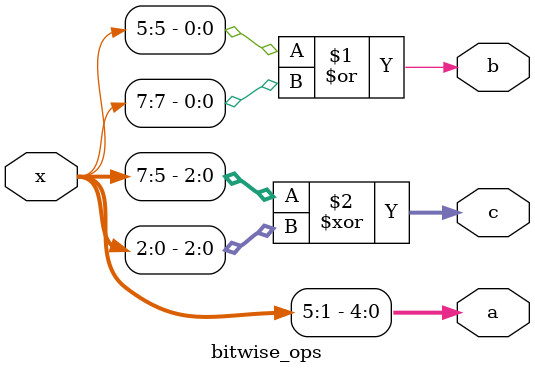
<source format=v>
module bitwise_ops(
  input  [7:0] x,
  output [4:0] a,
  output       b,
  output [2:0] c);

assign a = x[5:1];
assign b = x[5]   | x[7];
assign c = x[7:5] ^ x[2:0];

endmodule
</source>
